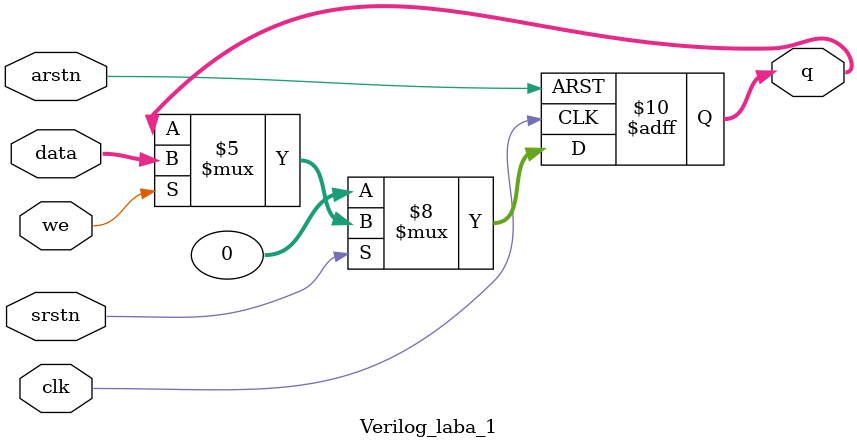
<source format=v>
`timescale 1ns/1ps
module Verilog_laba_1(clk, we, data, q, arstn, srstn);

input clk, we, arstn, srstn;
input [31:0] data;
output reg [31:0] q;

always @(posedge clk or negedge arstn) begin /* This code was taken from the Lab_1 of Nazar Volynko*/
	if(!arstn) begin 
		q <= 32'h0;
		end 
		else if(!srstn) begin 
		q <= 32'h0;
		end 
		else if(we) begin
		q <= data;
		end 	
		else begin 
		q <= q;
		end 
end

endmodule 

</source>
